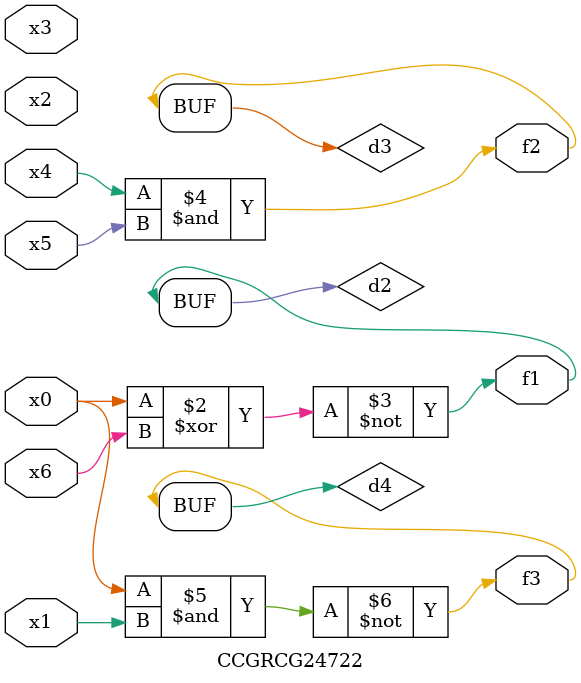
<source format=v>
module CCGRCG24722(
	input x0, x1, x2, x3, x4, x5, x6,
	output f1, f2, f3
);

	wire d1, d2, d3, d4;

	nor (d1, x0);
	xnor (d2, x0, x6);
	and (d3, x4, x5);
	nand (d4, x0, x1);
	assign f1 = d2;
	assign f2 = d3;
	assign f3 = d4;
endmodule

</source>
